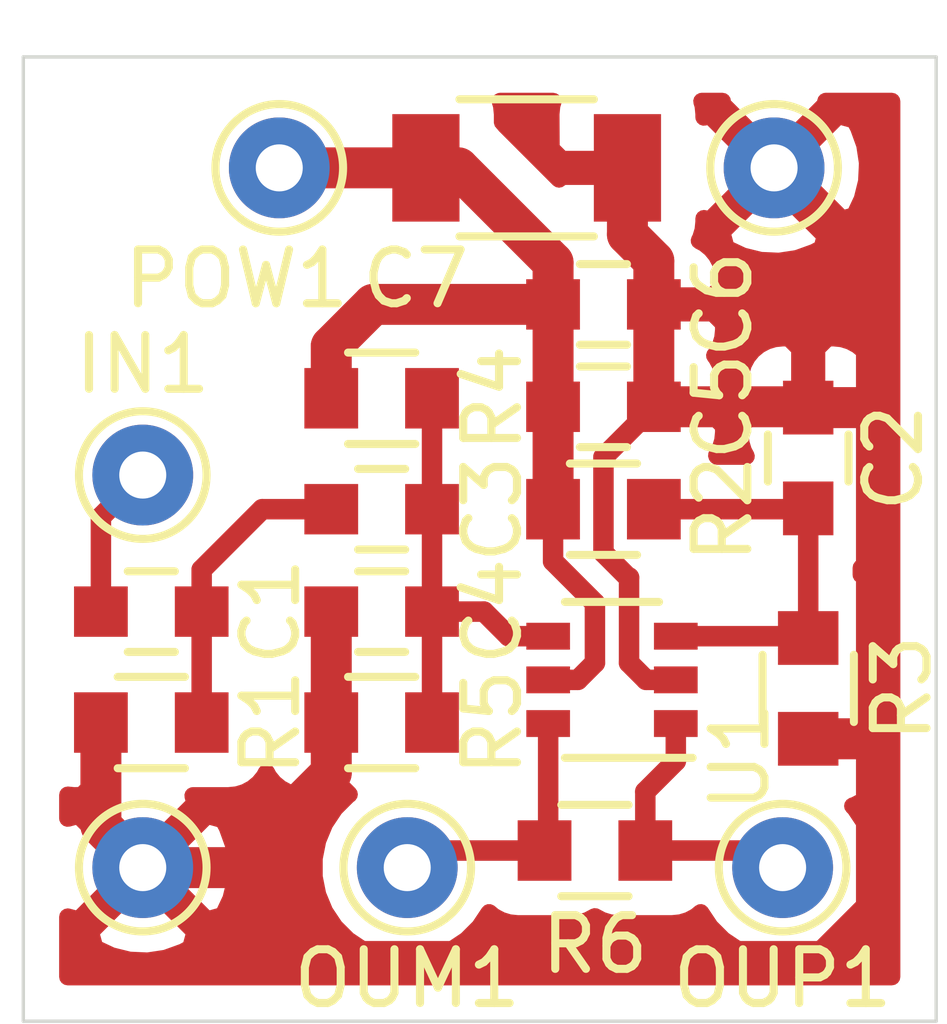
<source format=kicad_pcb>
(kicad_pcb (version 20171130) (host pcbnew "(5.1.12)-1")

  (general
    (thickness 1.6)
    (drawings 4)
    (tracks 70)
    (zones 0)
    (modules 20)
    (nets 9)
  )

  (page A4)
  (layers
    (0 F.Cu signal)
    (31 B.Cu signal)
    (32 B.Adhes user)
    (33 F.Adhes user)
    (34 B.Paste user)
    (35 F.Paste user)
    (36 B.SilkS user)
    (37 F.SilkS user)
    (38 B.Mask user)
    (39 F.Mask user)
    (40 Dwgs.User user)
    (41 Cmts.User user)
    (42 Eco1.User user)
    (43 Eco2.User user)
    (44 Edge.Cuts user)
    (45 Margin user)
    (46 B.CrtYd user)
    (47 F.CrtYd user)
    (48 B.Fab user hide)
    (49 F.Fab user hide)
  )

  (setup
    (last_trace_width 0.3048)
    (user_trace_width 0.2032)
    (user_trace_width 0.254)
    (user_trace_width 0.3048)
    (user_trace_width 0.4064)
    (user_trace_width 0.508)
    (user_trace_width 0.6096)
    (user_trace_width 1.016)
    (user_trace_width 1.524)
    (user_trace_width 2.54)
    (trace_clearance 0.1524)
    (zone_clearance 0.508)
    (zone_45_only no)
    (trace_min 0.2)
    (via_size 0.6096)
    (via_drill 0.4064)
    (via_min_size 0.4)
    (via_min_drill 0.2032)
    (user_via 0.4064 0.2032)
    (user_via 0.6096 0.4064)
    (user_via 0.889 0.6096)
    (user_via 1.143 0.762)
    (uvia_size 0.3)
    (uvia_drill 0.1)
    (uvias_allowed no)
    (uvia_min_size 0.2)
    (uvia_min_drill 0.1)
    (edge_width 0.15)
    (segment_width 0.2)
    (pcb_text_width 0.3)
    (pcb_text_size 1.5 1.5)
    (mod_edge_width 0.15)
    (mod_text_size 1 1)
    (mod_text_width 0.15)
    (pad_size 1.524 1.524)
    (pad_drill 0.762)
    (pad_to_mask_clearance 0)
    (aux_axis_origin 0 0)
    (visible_elements 7EFFFFFF)
    (pcbplotparams
      (layerselection 0x010a8_7fffffff)
      (usegerberextensions true)
      (usegerberattributes true)
      (usegerberadvancedattributes true)
      (creategerberjobfile true)
      (excludeedgelayer true)
      (linewidth 0.100000)
      (plotframeref false)
      (viasonmask false)
      (mode 1)
      (useauxorigin false)
      (hpglpennumber 1)
      (hpglpenspeed 20)
      (hpglpendiameter 15.000000)
      (psnegative false)
      (psa4output false)
      (plotreference true)
      (plotvalue false)
      (plotinvisibletext false)
      (padsonsilk false)
      (subtractmaskfromsilk true)
      (outputformat 1)
      (mirror false)
      (drillshape 0)
      (scaleselection 1)
      (outputdirectory "Input_stage_gerb/"))
  )

  (net 0 "")
  (net 1 "Net-(C1-Pad1)")
  (net 2 "Net-(C1-Pad2)")
  (net 3 "Net-(C2-Pad1)")
  (net 4 GND)
  (net 5 "Net-(C3-Pad1)")
  (net 6 VCC)
  (net 7 "Net-(OUM1-Pad1)")
  (net 8 "Net-(OUP1-Pad1)")

  (net_class Default "This is the default net class."
    (clearance 0.1524)
    (trace_width 0.3048)
    (via_dia 0.6096)
    (via_drill 0.4064)
    (uvia_dia 0.3)
    (uvia_drill 0.1)
    (add_net "Net-(C1-Pad1)")
    (add_net "Net-(C1-Pad2)")
    (add_net "Net-(C2-Pad1)")
    (add_net "Net-(C3-Pad1)")
    (add_net "Net-(OUM1-Pad1)")
    (add_net "Net-(OUP1-Pad1)")
  )

  (net_class 24V ""
    (clearance 0.1524)
    (trace_width 1.016)
    (via_dia 0.889)
    (via_drill 0.6096)
    (uvia_dia 0.3)
    (uvia_drill 0.1)
  )

  (net_class motor ""
    (clearance 0.1524)
    (trace_width 2.54)
    (via_dia 1.143)
    (via_drill 0.762)
    (uvia_dia 0.3)
    (uvia_drill 0.1)
  )

  (net_class motorii ""
    (clearance 0.635)
    (trace_width 1.524)
    (via_dia 1.143)
    (via_drill 0.762)
    (uvia_dia 0.3)
    (uvia_drill 0.1)
  )

  (net_class "zasilanie 5v" ""
    (clearance 0.1524)
    (trace_width 0.6096)
    (via_dia 0.889)
    (via_drill 0.6096)
    (uvia_dia 0.3)
    (uvia_drill 0.1)
    (add_net GND)
    (add_net VCC)
  )

  (module Capacitors_SMD:C_0603 (layer F.Cu) (tedit 61823DC2) (tstamp 64B8F2AE)
    (at 1.905 8.255 180)
    (descr "Capacitor SMD 0603, reflow soldering, AVX (see smccp.pdf)")
    (tags "capacitor 0603")
    (path /64B737F6)
    (attr smd)
    (fp_text reference C1 (at -1.778 0 90) (layer F.SilkS)
      (effects (font (size 0.8 0.8) (thickness 0.12)))
    )
    (fp_text value "10n 50V C0G" (at 0 1.5) (layer F.Fab)
      (effects (font (size 1 1) (thickness 0.15)))
    )
    (fp_line (start -0.8 0.4) (end -0.8 -0.4) (layer F.Fab) (width 0.1))
    (fp_line (start 0.8 0.4) (end -0.8 0.4) (layer F.Fab) (width 0.1))
    (fp_line (start 0.8 -0.4) (end 0.8 0.4) (layer F.Fab) (width 0.1))
    (fp_line (start -0.8 -0.4) (end 0.8 -0.4) (layer F.Fab) (width 0.1))
    (fp_line (start -0.35 -0.6) (end 0.35 -0.6) (layer F.SilkS) (width 0.12))
    (fp_line (start 0.35 0.6) (end -0.35 0.6) (layer F.SilkS) (width 0.12))
    (fp_line (start -1.4 -0.65) (end 1.4 -0.65) (layer F.CrtYd) (width 0.05))
    (fp_line (start -1.4 -0.65) (end -1.4 0.65) (layer F.CrtYd) (width 0.05))
    (fp_line (start 1.4 0.65) (end 1.4 -0.65) (layer F.CrtYd) (width 0.05))
    (fp_line (start 1.4 0.65) (end -1.4 0.65) (layer F.CrtYd) (width 0.05))
    (fp_text user %R (at 0 0) (layer F.Fab)
      (effects (font (size 0.3 0.3) (thickness 0.075)))
    )
    (pad 1 smd rect (at -0.75 0 180) (size 0.8 0.75) (layers F.Cu F.Paste F.Mask)
      (net 1 "Net-(C1-Pad1)"))
    (pad 2 smd rect (at 0.75 0 180) (size 0.8 0.75) (layers F.Cu F.Paste F.Mask)
      (net 2 "Net-(C1-Pad2)"))
    (model Capacitors_SMD.3dshapes/C_0603.wrl
      (at (xyz 0 0 0))
      (scale (xyz 1 1 1))
      (rotate (xyz 0 0 0))
    )
    (model ${KISYS3DMOD}/Capacitor_SMD.3dshapes/C_0603_1608Metric.wrl
      (at (xyz 0 0 0))
      (scale (xyz 1 1 1))
      (rotate (xyz 0 0 0))
    )
    (model ${KISYS3DMOD}/Capacitor_SMD.3dshapes/C_0603_1608Metric.step
      (at (xyz 0 0 0))
      (scale (xyz 1 1 1))
      (rotate (xyz 0 0 0))
    )
  )

  (module Capacitors_SMD:C_0603 (layer F.Cu) (tedit 61823DC2) (tstamp 64B8F33E)
    (at 11.684 5.969 90)
    (descr "Capacitor SMD 0603, reflow soldering, AVX (see smccp.pdf)")
    (tags "capacitor 0603")
    (path /64B7221F)
    (attr smd)
    (fp_text reference C2 (at 0 1.27 270) (layer F.SilkS)
      (effects (font (size 0.8 0.8) (thickness 0.12)))
    )
    (fp_text value "10n 50V C0G" (at 0 1.5 90) (layer F.Fab)
      (effects (font (size 1 1) (thickness 0.15)))
    )
    (fp_line (start -0.8 0.4) (end -0.8 -0.4) (layer F.Fab) (width 0.1))
    (fp_line (start 0.8 0.4) (end -0.8 0.4) (layer F.Fab) (width 0.1))
    (fp_line (start 0.8 -0.4) (end 0.8 0.4) (layer F.Fab) (width 0.1))
    (fp_line (start -0.8 -0.4) (end 0.8 -0.4) (layer F.Fab) (width 0.1))
    (fp_line (start -0.35 -0.6) (end 0.35 -0.6) (layer F.SilkS) (width 0.12))
    (fp_line (start 0.35 0.6) (end -0.35 0.6) (layer F.SilkS) (width 0.12))
    (fp_line (start -1.4 -0.65) (end 1.4 -0.65) (layer F.CrtYd) (width 0.05))
    (fp_line (start -1.4 -0.65) (end -1.4 0.65) (layer F.CrtYd) (width 0.05))
    (fp_line (start 1.4 0.65) (end 1.4 -0.65) (layer F.CrtYd) (width 0.05))
    (fp_line (start 1.4 0.65) (end -1.4 0.65) (layer F.CrtYd) (width 0.05))
    (fp_text user %R (at 0 0 90) (layer F.Fab)
      (effects (font (size 0.3 0.3) (thickness 0.075)))
    )
    (pad 1 smd rect (at -0.75 0 90) (size 0.8 0.75) (layers F.Cu F.Paste F.Mask)
      (net 3 "Net-(C2-Pad1)"))
    (pad 2 smd rect (at 0.75 0 90) (size 0.8 0.75) (layers F.Cu F.Paste F.Mask)
      (net 4 GND))
    (model Capacitors_SMD.3dshapes/C_0603.wrl
      (at (xyz 0 0 0))
      (scale (xyz 1 1 1))
      (rotate (xyz 0 0 0))
    )
    (model ${KISYS3DMOD}/Capacitor_SMD.3dshapes/C_0603_1608Metric.wrl
      (at (xyz 0 0 0))
      (scale (xyz 1 1 1))
      (rotate (xyz 0 0 0))
    )
    (model ${KISYS3DMOD}/Capacitor_SMD.3dshapes/C_0603_1608Metric.step
      (at (xyz 0 0 0))
      (scale (xyz 1 1 1))
      (rotate (xyz 0 0 0))
    )
  )

  (module Capacitors_SMD:C_0603 (layer F.Cu) (tedit 61823DC2) (tstamp 64B8F30E)
    (at 5.334 6.731 180)
    (descr "Capacitor SMD 0603, reflow soldering, AVX (see smccp.pdf)")
    (tags "capacitor 0603")
    (path /64B7300C)
    (attr smd)
    (fp_text reference C3 (at -1.651 0 90) (layer F.SilkS)
      (effects (font (size 0.8 0.8) (thickness 0.12)))
    )
    (fp_text value "10n 50V C0G" (at 0 1.5) (layer F.Fab)
      (effects (font (size 1 1) (thickness 0.15)))
    )
    (fp_line (start 1.4 0.65) (end -1.4 0.65) (layer F.CrtYd) (width 0.05))
    (fp_line (start 1.4 0.65) (end 1.4 -0.65) (layer F.CrtYd) (width 0.05))
    (fp_line (start -1.4 -0.65) (end -1.4 0.65) (layer F.CrtYd) (width 0.05))
    (fp_line (start -1.4 -0.65) (end 1.4 -0.65) (layer F.CrtYd) (width 0.05))
    (fp_line (start 0.35 0.6) (end -0.35 0.6) (layer F.SilkS) (width 0.12))
    (fp_line (start -0.35 -0.6) (end 0.35 -0.6) (layer F.SilkS) (width 0.12))
    (fp_line (start -0.8 -0.4) (end 0.8 -0.4) (layer F.Fab) (width 0.1))
    (fp_line (start 0.8 -0.4) (end 0.8 0.4) (layer F.Fab) (width 0.1))
    (fp_line (start 0.8 0.4) (end -0.8 0.4) (layer F.Fab) (width 0.1))
    (fp_line (start -0.8 0.4) (end -0.8 -0.4) (layer F.Fab) (width 0.1))
    (fp_text user %R (at 0 0) (layer F.Fab)
      (effects (font (size 0.3 0.3) (thickness 0.075)))
    )
    (pad 2 smd rect (at 0.75 0 180) (size 0.8 0.75) (layers F.Cu F.Paste F.Mask)
      (net 1 "Net-(C1-Pad1)"))
    (pad 1 smd rect (at -0.75 0 180) (size 0.8 0.75) (layers F.Cu F.Paste F.Mask)
      (net 5 "Net-(C3-Pad1)"))
    (model Capacitors_SMD.3dshapes/C_0603.wrl
      (at (xyz 0 0 0))
      (scale (xyz 1 1 1))
      (rotate (xyz 0 0 0))
    )
    (model ${KISYS3DMOD}/Capacitor_SMD.3dshapes/C_0603_1608Metric.wrl
      (at (xyz 0 0 0))
      (scale (xyz 1 1 1))
      (rotate (xyz 0 0 0))
    )
    (model ${KISYS3DMOD}/Capacitor_SMD.3dshapes/C_0603_1608Metric.step
      (at (xyz 0 0 0))
      (scale (xyz 1 1 1))
      (rotate (xyz 0 0 0))
    )
  )

  (module Capacitors_SMD:C_0603 (layer F.Cu) (tedit 61823DC2) (tstamp 64B8F2DE)
    (at 5.334 8.255 180)
    (descr "Capacitor SMD 0603, reflow soldering, AVX (see smccp.pdf)")
    (tags "capacitor 0603")
    (path /64B6A88F)
    (attr smd)
    (fp_text reference C4 (at -1.651 0 90) (layer F.SilkS)
      (effects (font (size 0.8 0.8) (thickness 0.12)))
    )
    (fp_text value "100p 50V C0G" (at 0 1.5) (layer F.Fab)
      (effects (font (size 1 1) (thickness 0.15)))
    )
    (fp_line (start 1.4 0.65) (end -1.4 0.65) (layer F.CrtYd) (width 0.05))
    (fp_line (start 1.4 0.65) (end 1.4 -0.65) (layer F.CrtYd) (width 0.05))
    (fp_line (start -1.4 -0.65) (end -1.4 0.65) (layer F.CrtYd) (width 0.05))
    (fp_line (start -1.4 -0.65) (end 1.4 -0.65) (layer F.CrtYd) (width 0.05))
    (fp_line (start 0.35 0.6) (end -0.35 0.6) (layer F.SilkS) (width 0.12))
    (fp_line (start -0.35 -0.6) (end 0.35 -0.6) (layer F.SilkS) (width 0.12))
    (fp_line (start -0.8 -0.4) (end 0.8 -0.4) (layer F.Fab) (width 0.1))
    (fp_line (start 0.8 -0.4) (end 0.8 0.4) (layer F.Fab) (width 0.1))
    (fp_line (start 0.8 0.4) (end -0.8 0.4) (layer F.Fab) (width 0.1))
    (fp_line (start -0.8 0.4) (end -0.8 -0.4) (layer F.Fab) (width 0.1))
    (fp_text user %R (at 0 0) (layer F.Fab)
      (effects (font (size 0.3 0.3) (thickness 0.075)))
    )
    (pad 2 smd rect (at 0.75 0 180) (size 0.8 0.75) (layers F.Cu F.Paste F.Mask)
      (net 4 GND))
    (pad 1 smd rect (at -0.75 0 180) (size 0.8 0.75) (layers F.Cu F.Paste F.Mask)
      (net 5 "Net-(C3-Pad1)"))
    (model Capacitors_SMD.3dshapes/C_0603.wrl
      (at (xyz 0 0 0))
      (scale (xyz 1 1 1))
      (rotate (xyz 0 0 0))
    )
    (model ${KISYS3DMOD}/Capacitor_SMD.3dshapes/C_0603_1608Metric.wrl
      (at (xyz 0 0 0))
      (scale (xyz 1 1 1))
      (rotate (xyz 0 0 0))
    )
    (model ${KISYS3DMOD}/Capacitor_SMD.3dshapes/C_0603_1608Metric.step
      (at (xyz 0 0 0))
      (scale (xyz 1 1 1))
      (rotate (xyz 0 0 0))
    )
  )

  (module Capacitors_SMD:C_0603 (layer F.Cu) (tedit 61823DC2) (tstamp 64B6BBCF)
    (at 8.636 5.207)
    (descr "Capacitor SMD 0603, reflow soldering, AVX (see smccp.pdf)")
    (tags "capacitor 0603")
    (path /64B7C772)
    (attr smd)
    (fp_text reference C5 (at 1.778 0 90) (layer F.SilkS)
      (effects (font (size 0.8 0.8) (thickness 0.12)))
    )
    (fp_text value "100p 50V C0G" (at 0 1.5) (layer F.Fab)
      (effects (font (size 1 1) (thickness 0.15)))
    )
    (fp_line (start -0.8 0.4) (end -0.8 -0.4) (layer F.Fab) (width 0.1))
    (fp_line (start 0.8 0.4) (end -0.8 0.4) (layer F.Fab) (width 0.1))
    (fp_line (start 0.8 -0.4) (end 0.8 0.4) (layer F.Fab) (width 0.1))
    (fp_line (start -0.8 -0.4) (end 0.8 -0.4) (layer F.Fab) (width 0.1))
    (fp_line (start -0.35 -0.6) (end 0.35 -0.6) (layer F.SilkS) (width 0.12))
    (fp_line (start 0.35 0.6) (end -0.35 0.6) (layer F.SilkS) (width 0.12))
    (fp_line (start -1.4 -0.65) (end 1.4 -0.65) (layer F.CrtYd) (width 0.05))
    (fp_line (start -1.4 -0.65) (end -1.4 0.65) (layer F.CrtYd) (width 0.05))
    (fp_line (start 1.4 0.65) (end 1.4 -0.65) (layer F.CrtYd) (width 0.05))
    (fp_line (start 1.4 0.65) (end -1.4 0.65) (layer F.CrtYd) (width 0.05))
    (fp_text user %R (at 0 0) (layer F.Fab)
      (effects (font (size 0.3 0.3) (thickness 0.075)))
    )
    (pad 1 smd rect (at -0.75 0) (size 0.8 0.75) (layers F.Cu F.Paste F.Mask)
      (net 6 VCC))
    (pad 2 smd rect (at 0.75 0) (size 0.8 0.75) (layers F.Cu F.Paste F.Mask)
      (net 4 GND))
    (model Capacitors_SMD.3dshapes/C_0603.wrl
      (at (xyz 0 0 0))
      (scale (xyz 1 1 1))
      (rotate (xyz 0 0 0))
    )
    (model ${KISYS3DMOD}/Capacitor_SMD.3dshapes/C_0603_1608Metric.wrl
      (at (xyz 0 0 0))
      (scale (xyz 1 1 1))
      (rotate (xyz 0 0 0))
    )
    (model ${KISYS3DMOD}/Capacitor_SMD.3dshapes/C_0603_1608Metric.step
      (at (xyz 0 0 0))
      (scale (xyz 1 1 1))
      (rotate (xyz 0 0 0))
    )
  )

  (module Capacitors_SMD:C_0603 (layer F.Cu) (tedit 61823DC2) (tstamp 64B783E8)
    (at 8.636 3.683)
    (descr "Capacitor SMD 0603, reflow soldering, AVX (see smccp.pdf)")
    (tags "capacitor 0603")
    (path /64B7B1D1)
    (attr smd)
    (fp_text reference C6 (at 1.778 0 90) (layer F.SilkS)
      (effects (font (size 0.8 0.8) (thickness 0.12)))
    )
    (fp_text value "100n 50V X7R" (at 0 1.5) (layer F.Fab)
      (effects (font (size 1 1) (thickness 0.15)))
    )
    (fp_line (start 1.4 0.65) (end -1.4 0.65) (layer F.CrtYd) (width 0.05))
    (fp_line (start 1.4 0.65) (end 1.4 -0.65) (layer F.CrtYd) (width 0.05))
    (fp_line (start -1.4 -0.65) (end -1.4 0.65) (layer F.CrtYd) (width 0.05))
    (fp_line (start -1.4 -0.65) (end 1.4 -0.65) (layer F.CrtYd) (width 0.05))
    (fp_line (start 0.35 0.6) (end -0.35 0.6) (layer F.SilkS) (width 0.12))
    (fp_line (start -0.35 -0.6) (end 0.35 -0.6) (layer F.SilkS) (width 0.12))
    (fp_line (start -0.8 -0.4) (end 0.8 -0.4) (layer F.Fab) (width 0.1))
    (fp_line (start 0.8 -0.4) (end 0.8 0.4) (layer F.Fab) (width 0.1))
    (fp_line (start 0.8 0.4) (end -0.8 0.4) (layer F.Fab) (width 0.1))
    (fp_line (start -0.8 0.4) (end -0.8 -0.4) (layer F.Fab) (width 0.1))
    (fp_text user %R (at 0 0) (layer F.Fab)
      (effects (font (size 0.3 0.3) (thickness 0.075)))
    )
    (pad 2 smd rect (at 0.75 0) (size 0.8 0.75) (layers F.Cu F.Paste F.Mask)
      (net 4 GND))
    (pad 1 smd rect (at -0.75 0) (size 0.8 0.75) (layers F.Cu F.Paste F.Mask)
      (net 6 VCC))
    (model Capacitors_SMD.3dshapes/C_0603.wrl
      (at (xyz 0 0 0))
      (scale (xyz 1 1 1))
      (rotate (xyz 0 0 0))
    )
    (model ${KISYS3DMOD}/Capacitor_SMD.3dshapes/C_0603_1608Metric.wrl
      (at (xyz 0 0 0))
      (scale (xyz 1 1 1))
      (rotate (xyz 0 0 0))
    )
    (model ${KISYS3DMOD}/Capacitor_SMD.3dshapes/C_0603_1608Metric.step
      (at (xyz 0 0 0))
      (scale (xyz 1 1 1))
      (rotate (xyz 0 0 0))
    )
  )

  (module Capacitors_SMD:C_1206 (layer F.Cu) (tedit 61B30F78) (tstamp 64B6BBF1)
    (at 7.493 1.651)
    (descr "Capacitor SMD 1206, reflow soldering, AVX (see smccp.pdf)")
    (tags "capacitor 1206")
    (path /64B8649A)
    (attr smd)
    (fp_text reference C7 (at -1.651 1.651) (layer F.SilkS)
      (effects (font (size 0.8 0.8) (thickness 0.12)))
    )
    (fp_text value "10u 50V X7R" (at 0 2) (layer F.Fab)
      (effects (font (size 1 1) (thickness 0.15)))
    )
    (fp_line (start 2.25 1.05) (end -2.25 1.05) (layer F.CrtYd) (width 0.05))
    (fp_line (start 2.25 1.05) (end 2.25 -1.05) (layer F.CrtYd) (width 0.05))
    (fp_line (start -2.25 -1.05) (end -2.25 1.05) (layer F.CrtYd) (width 0.05))
    (fp_line (start -2.25 -1.05) (end 2.25 -1.05) (layer F.CrtYd) (width 0.05))
    (fp_line (start -1 1.02) (end 1 1.02) (layer F.SilkS) (width 0.12))
    (fp_line (start 1 -1.02) (end -1 -1.02) (layer F.SilkS) (width 0.12))
    (fp_line (start -1.6 -0.8) (end 1.6 -0.8) (layer F.Fab) (width 0.1))
    (fp_line (start 1.6 -0.8) (end 1.6 0.8) (layer F.Fab) (width 0.1))
    (fp_line (start 1.6 0.8) (end -1.6 0.8) (layer F.Fab) (width 0.1))
    (fp_line (start -1.6 0.8) (end -1.6 -0.8) (layer F.Fab) (width 0.1))
    (fp_text user %R (at 0 0.0254) (layer F.Fab)
      (effects (font (size 0.6 0.6) (thickness 0.09)))
    )
    (pad 1 smd rect (at -1.5 0) (size 1 1.6) (layers F.Cu F.Paste F.Mask)
      (net 6 VCC))
    (pad 2 smd rect (at 1.5 0) (size 1 1.6) (layers F.Cu F.Paste F.Mask)
      (net 4 GND))
    (model Capacitors_SMD.3dshapes/C_1206.wrl
      (at (xyz 0 0 0))
      (scale (xyz 1 1 1))
      (rotate (xyz 0 0 0))
    )
    (model ${KISYS3DMOD}/Capacitor_SMD.3dshapes/C_1206_3216Metric.step
      (at (xyz 0 0 0))
      (scale (xyz 1 1 1))
      (rotate (xyz 0 0 0))
    )
    (model ${KISYS3DMOD}/Capacitor_SMD.3dshapes/C_1206_3216Metric.step
      (at (xyz 0 0 0))
      (scale (xyz 1 1 1))
      (rotate (xyz 0 0 0))
    )
  )

  (module Connectors_TestPoints:Test_Point_THTPad_d1.5mm_Drill0.7mm (layer F.Cu) (tedit 624154A6) (tstamp 64B6BBF9)
    (at 11.176 1.651)
    (descr "THT pad as test Point, diameter 1.5mm, hole diameter 0.7mm")
    (tags "test point THT pad")
    (path /64B8CAAB)
    (attr virtual)
    (fp_text reference GND1 (at 0 -1.143) (layer F.SilkS) hide
      (effects (font (size 0.8 0.8) (thickness 0.12)))
    )
    (fp_text value TestPoint (at 0 1.75) (layer F.Fab)
      (effects (font (size 1 1) (thickness 0.15)))
    )
    (fp_circle (center 0 0) (end 1.25 0) (layer F.CrtYd) (width 0.05))
    (fp_circle (center 0 0) (end 0 0.95) (layer F.SilkS) (width 0.12))
    (fp_text user %R (at 0 -1.65) (layer F.Fab)
      (effects (font (size 1 1) (thickness 0.15)))
    )
    (pad 1 thru_hole circle (at 0 0) (size 1.5 1.5) (drill 0.7) (layers *.Cu *.Mask)
      (net 4 GND))
  )

  (module Connectors_TestPoints:Test_Point_THTPad_d1.5mm_Drill0.7mm (layer F.Cu) (tedit 624154A6) (tstamp 64B8F3BF)
    (at 1.778 6.223)
    (descr "THT pad as test Point, diameter 1.5mm, hole diameter 0.7mm")
    (tags "test point THT pad")
    (path /64B7D014)
    (attr virtual)
    (fp_text reference IN1 (at 0 -1.648) (layer F.SilkS)
      (effects (font (size 0.8 0.8) (thickness 0.12)))
    )
    (fp_text value TestPoint (at 0 1.75) (layer F.Fab)
      (effects (font (size 1 1) (thickness 0.15)))
    )
    (fp_circle (center 0 0) (end 1.25 0) (layer F.CrtYd) (width 0.05))
    (fp_circle (center 0 0) (end 0 0.95) (layer F.SilkS) (width 0.12))
    (fp_text user %R (at 0 -1.65) (layer F.Fab)
      (effects (font (size 1 1) (thickness 0.15)))
    )
    (pad 1 thru_hole circle (at 0 0) (size 1.5 1.5) (drill 0.7) (layers *.Cu *.Mask)
      (net 2 "Net-(C1-Pad2)"))
  )

  (module Connectors_TestPoints:Test_Point_THTPad_d1.5mm_Drill0.7mm (layer F.Cu) (tedit 624154A6) (tstamp 64B8F3AA)
    (at 5.715 12.065)
    (descr "THT pad as test Point, diameter 1.5mm, hole diameter 0.7mm")
    (tags "test point THT pad")
    (path /64B7E24B)
    (attr virtual)
    (fp_text reference OUM1 (at 0 1.651 180) (layer F.SilkS)
      (effects (font (size 0.8 0.8) (thickness 0.12)))
    )
    (fp_text value TestPoint (at 0 1.75) (layer F.Fab)
      (effects (font (size 1 1) (thickness 0.15)))
    )
    (fp_circle (center 0 0) (end 1.25 0) (layer F.CrtYd) (width 0.05))
    (fp_circle (center 0 0) (end 0 0.95) (layer F.SilkS) (width 0.12))
    (fp_text user %R (at 0 -1.65) (layer F.Fab)
      (effects (font (size 1 1) (thickness 0.15)))
    )
    (pad 1 thru_hole circle (at 0 0) (size 1.5 1.5) (drill 0.7) (layers *.Cu *.Mask)
      (net 7 "Net-(OUM1-Pad1)"))
  )

  (module Connectors_TestPoints:Test_Point_THTPad_d1.5mm_Drill0.7mm (layer F.Cu) (tedit 624154A6) (tstamp 64B8F395)
    (at 11.303 12.065)
    (descr "THT pad as test Point, diameter 1.5mm, hole diameter 0.7mm")
    (tags "test point THT pad")
    (path /64B7DAAD)
    (attr virtual)
    (fp_text reference OUP1 (at 0 1.651) (layer F.SilkS)
      (effects (font (size 0.8 0.8) (thickness 0.12)))
    )
    (fp_text value TestPoint (at 0 1.75) (layer F.Fab)
      (effects (font (size 1 1) (thickness 0.15)))
    )
    (fp_circle (center 0 0) (end 0 0.95) (layer F.SilkS) (width 0.12))
    (fp_circle (center 0 0) (end 1.25 0) (layer F.CrtYd) (width 0.05))
    (fp_text user %R (at 0 -1.65) (layer F.Fab)
      (effects (font (size 1 1) (thickness 0.15)))
    )
    (pad 1 thru_hole circle (at 0 0) (size 1.5 1.5) (drill 0.7) (layers *.Cu *.Mask)
      (net 8 "Net-(OUP1-Pad1)"))
  )

  (module Connectors_TestPoints:Test_Point_THTPad_d1.5mm_Drill0.7mm (layer F.Cu) (tedit 624154A6) (tstamp 64B6BC19)
    (at 3.81 1.651)
    (descr "THT pad as test Point, diameter 1.5mm, hole diameter 0.7mm")
    (tags "test point THT pad")
    (path /64B8846A)
    (attr virtual)
    (fp_text reference POW1 (at -0.635 1.651) (layer F.SilkS)
      (effects (font (size 0.8 0.8) (thickness 0.12)))
    )
    (fp_text value TestPoint (at 0 1.75) (layer F.Fab)
      (effects (font (size 1 1) (thickness 0.15)))
    )
    (fp_circle (center 0 0) (end 0 0.95) (layer F.SilkS) (width 0.12))
    (fp_circle (center 0 0) (end 1.25 0) (layer F.CrtYd) (width 0.05))
    (fp_text user %R (at 0 -1.65) (layer F.Fab)
      (effects (font (size 1 1) (thickness 0.15)))
    )
    (pad 1 thru_hole circle (at 0 0) (size 1.5 1.5) (drill 0.7) (layers *.Cu *.Mask)
      (net 6 VCC))
  )

  (module ff_lib:R_0603_ff (layer F.Cu) (tedit 62A08C37) (tstamp 64B8F36E)
    (at 1.905 9.906 180)
    (descr "Resistor SMD 0603, reflow soldering, Vishay (see dcrcw.pdf)")
    (tags "resistor 0603")
    (path /64B7651F)
    (attr smd)
    (fp_text reference R1 (at -1.778 0 90) (layer F.SilkS)
      (effects (font (size 0.8 0.8) (thickness 0.12)))
    )
    (fp_text value "49R9 1%" (at 0 1.5) (layer F.Fab)
      (effects (font (size 1 1) (thickness 0.15)))
    )
    (fp_line (start 1.25 0.7) (end -1.25 0.7) (layer F.CrtYd) (width 0.05))
    (fp_line (start 1.25 0.7) (end 1.25 -0.7) (layer F.CrtYd) (width 0.05))
    (fp_line (start -1.25 -0.7) (end -1.25 0.7) (layer F.CrtYd) (width 0.05))
    (fp_line (start -1.25 -0.7) (end 1.25 -0.7) (layer F.CrtYd) (width 0.05))
    (fp_line (start -0.5 -0.68) (end 0.5 -0.68) (layer F.SilkS) (width 0.12))
    (fp_line (start 0.5 0.68) (end -0.5 0.68) (layer F.SilkS) (width 0.12))
    (fp_line (start -0.8 -0.4) (end 0.8 -0.4) (layer F.Fab) (width 0.1))
    (fp_line (start 0.8 -0.4) (end 0.8 0.4) (layer F.Fab) (width 0.1))
    (fp_line (start 0.8 0.4) (end -0.8 0.4) (layer F.Fab) (width 0.1))
    (fp_line (start -0.8 0.4) (end -0.8 -0.4) (layer F.Fab) (width 0.1))
    (fp_text user %R (at 0 0) (layer F.Fab)
      (effects (font (size 0.4 0.4) (thickness 0.075)))
    )
    (pad 1 smd rect (at -0.75 0 180) (size 0.8 0.9) (layers F.Cu F.Paste F.Mask)
      (net 1 "Net-(C1-Pad1)"))
    (pad 2 smd rect (at 0.75 0 180) (size 0.8 0.9) (layers F.Cu F.Paste F.Mask)
      (net 4 GND))
    (model ${KISYS3DMOD}/Resistors_SMD.3dshapes/R_0603.wrl
      (at (xyz 0 0 0))
      (scale (xyz 1 1 1))
      (rotate (xyz 0 0 0))
    )
    (model ${KISYS3DMOD}/Resistor_SMD.3dshapes/R_0603_1608Metric.wrl
      (at (xyz 0 0 0))
      (scale (xyz 1 1 1))
      (rotate (xyz 0 0 0))
    )
    (model ${KISYS3DMOD}/Resistor_SMD.3dshapes/R_0603_1608Metric.step
      (at (xyz 0 0 0))
      (scale (xyz 1 1 1))
      (rotate (xyz 0 0 0))
    )
  )

  (module ff_lib:R_0603_ff (layer F.Cu) (tedit 62A08C37) (tstamp 64B8F156)
    (at 8.636 6.731)
    (descr "Resistor SMD 0603, reflow soldering, Vishay (see dcrcw.pdf)")
    (tags "resistor 0603")
    (path /64B72213)
    (attr smd)
    (fp_text reference R2 (at 1.778 0 90) (layer F.SilkS)
      (effects (font (size 0.8 0.8) (thickness 0.12)))
    )
    (fp_text value "10k 1%" (at 0 1.5) (layer F.Fab)
      (effects (font (size 1 1) (thickness 0.15)))
    )
    (fp_line (start 1.25 0.7) (end -1.25 0.7) (layer F.CrtYd) (width 0.05))
    (fp_line (start 1.25 0.7) (end 1.25 -0.7) (layer F.CrtYd) (width 0.05))
    (fp_line (start -1.25 -0.7) (end -1.25 0.7) (layer F.CrtYd) (width 0.05))
    (fp_line (start -1.25 -0.7) (end 1.25 -0.7) (layer F.CrtYd) (width 0.05))
    (fp_line (start -0.5 -0.68) (end 0.5 -0.68) (layer F.SilkS) (width 0.12))
    (fp_line (start 0.5 0.68) (end -0.5 0.68) (layer F.SilkS) (width 0.12))
    (fp_line (start -0.8 -0.4) (end 0.8 -0.4) (layer F.Fab) (width 0.1))
    (fp_line (start 0.8 -0.4) (end 0.8 0.4) (layer F.Fab) (width 0.1))
    (fp_line (start 0.8 0.4) (end -0.8 0.4) (layer F.Fab) (width 0.1))
    (fp_line (start -0.8 0.4) (end -0.8 -0.4) (layer F.Fab) (width 0.1))
    (fp_text user %R (at 0 0) (layer F.Fab)
      (effects (font (size 0.4 0.4) (thickness 0.075)))
    )
    (pad 1 smd rect (at -0.75 0) (size 0.8 0.9) (layers F.Cu F.Paste F.Mask)
      (net 6 VCC))
    (pad 2 smd rect (at 0.75 0) (size 0.8 0.9) (layers F.Cu F.Paste F.Mask)
      (net 3 "Net-(C2-Pad1)"))
    (model ${KISYS3DMOD}/Resistors_SMD.3dshapes/R_0603.wrl
      (at (xyz 0 0 0))
      (scale (xyz 1 1 1))
      (rotate (xyz 0 0 0))
    )
    (model ${KISYS3DMOD}/Resistor_SMD.3dshapes/R_0603_1608Metric.wrl
      (at (xyz 0 0 0))
      (scale (xyz 1 1 1))
      (rotate (xyz 0 0 0))
    )
    (model ${KISYS3DMOD}/Resistor_SMD.3dshapes/R_0603_1608Metric.step
      (at (xyz 0 0 0))
      (scale (xyz 1 1 1))
      (rotate (xyz 0 0 0))
    )
  )

  (module ff_lib:R_0603_ff (layer F.Cu) (tedit 62A08C37) (tstamp 64B8F4D6)
    (at 11.684 9.398 270)
    (descr "Resistor SMD 0603, reflow soldering, Vishay (see dcrcw.pdf)")
    (tags "resistor 0603")
    (path /64B72219)
    (attr smd)
    (fp_text reference R3 (at 0 -1.397 270) (layer F.SilkS)
      (effects (font (size 0.8 0.8) (thickness 0.12)))
    )
    (fp_text value "27k 1%" (at 0 1.5 90) (layer F.Fab)
      (effects (font (size 1 1) (thickness 0.15)))
    )
    (fp_line (start -0.8 0.4) (end -0.8 -0.4) (layer F.Fab) (width 0.1))
    (fp_line (start 0.8 0.4) (end -0.8 0.4) (layer F.Fab) (width 0.1))
    (fp_line (start 0.8 -0.4) (end 0.8 0.4) (layer F.Fab) (width 0.1))
    (fp_line (start -0.8 -0.4) (end 0.8 -0.4) (layer F.Fab) (width 0.1))
    (fp_line (start 0.5 0.68) (end -0.5 0.68) (layer F.SilkS) (width 0.12))
    (fp_line (start -0.5 -0.68) (end 0.5 -0.68) (layer F.SilkS) (width 0.12))
    (fp_line (start -1.25 -0.7) (end 1.25 -0.7) (layer F.CrtYd) (width 0.05))
    (fp_line (start -1.25 -0.7) (end -1.25 0.7) (layer F.CrtYd) (width 0.05))
    (fp_line (start 1.25 0.7) (end 1.25 -0.7) (layer F.CrtYd) (width 0.05))
    (fp_line (start 1.25 0.7) (end -1.25 0.7) (layer F.CrtYd) (width 0.05))
    (fp_text user %R (at 0 0 90) (layer F.Fab)
      (effects (font (size 0.4 0.4) (thickness 0.075)))
    )
    (pad 2 smd rect (at 0.75 0 270) (size 0.8 0.9) (layers F.Cu F.Paste F.Mask)
      (net 4 GND))
    (pad 1 smd rect (at -0.75 0 270) (size 0.8 0.9) (layers F.Cu F.Paste F.Mask)
      (net 3 "Net-(C2-Pad1)"))
    (model ${KISYS3DMOD}/Resistors_SMD.3dshapes/R_0603.wrl
      (at (xyz 0 0 0))
      (scale (xyz 1 1 1))
      (rotate (xyz 0 0 0))
    )
    (model ${KISYS3DMOD}/Resistor_SMD.3dshapes/R_0603_1608Metric.wrl
      (at (xyz 0 0 0))
      (scale (xyz 1 1 1))
      (rotate (xyz 0 0 0))
    )
    (model ${KISYS3DMOD}/Resistor_SMD.3dshapes/R_0603_1608Metric.step
      (at (xyz 0 0 0))
      (scale (xyz 1 1 1))
      (rotate (xyz 0 0 0))
    )
  )

  (module ff_lib:R_0603_ff (layer F.Cu) (tedit 62A08C37) (tstamp 64B8F4A6)
    (at 5.334 5.08)
    (descr "Resistor SMD 0603, reflow soldering, Vishay (see dcrcw.pdf)")
    (tags "resistor 0603")
    (path /64B69966)
    (attr smd)
    (fp_text reference R4 (at 1.651 0 90) (layer F.SilkS)
      (effects (font (size 0.8 0.8) (thickness 0.12)))
    )
    (fp_text value "10k 1%" (at 0 1.5) (layer F.Fab)
      (effects (font (size 1 1) (thickness 0.15)))
    )
    (fp_line (start 1.25 0.7) (end -1.25 0.7) (layer F.CrtYd) (width 0.05))
    (fp_line (start 1.25 0.7) (end 1.25 -0.7) (layer F.CrtYd) (width 0.05))
    (fp_line (start -1.25 -0.7) (end -1.25 0.7) (layer F.CrtYd) (width 0.05))
    (fp_line (start -1.25 -0.7) (end 1.25 -0.7) (layer F.CrtYd) (width 0.05))
    (fp_line (start -0.5 -0.68) (end 0.5 -0.68) (layer F.SilkS) (width 0.12))
    (fp_line (start 0.5 0.68) (end -0.5 0.68) (layer F.SilkS) (width 0.12))
    (fp_line (start -0.8 -0.4) (end 0.8 -0.4) (layer F.Fab) (width 0.1))
    (fp_line (start 0.8 -0.4) (end 0.8 0.4) (layer F.Fab) (width 0.1))
    (fp_line (start 0.8 0.4) (end -0.8 0.4) (layer F.Fab) (width 0.1))
    (fp_line (start -0.8 0.4) (end -0.8 -0.4) (layer F.Fab) (width 0.1))
    (fp_text user %R (at 0 0) (layer F.Fab)
      (effects (font (size 0.4 0.4) (thickness 0.075)))
    )
    (pad 1 smd rect (at -0.75 0) (size 0.8 0.9) (layers F.Cu F.Paste F.Mask)
      (net 6 VCC))
    (pad 2 smd rect (at 0.75 0) (size 0.8 0.9) (layers F.Cu F.Paste F.Mask)
      (net 5 "Net-(C3-Pad1)"))
    (model ${KISYS3DMOD}/Resistors_SMD.3dshapes/R_0603.wrl
      (at (xyz 0 0 0))
      (scale (xyz 1 1 1))
      (rotate (xyz 0 0 0))
    )
    (model ${KISYS3DMOD}/Resistor_SMD.3dshapes/R_0603_1608Metric.wrl
      (at (xyz 0 0 0))
      (scale (xyz 1 1 1))
      (rotate (xyz 0 0 0))
    )
    (model ${KISYS3DMOD}/Resistor_SMD.3dshapes/R_0603_1608Metric.step
      (at (xyz 0 0 0))
      (scale (xyz 1 1 1))
      (rotate (xyz 0 0 0))
    )
  )

  (module ff_lib:R_0603_ff (layer F.Cu) (tedit 62A08C37) (tstamp 64B8F446)
    (at 5.334 9.906 180)
    (descr "Resistor SMD 0603, reflow soldering, Vishay (see dcrcw.pdf)")
    (tags "resistor 0603")
    (path /64B6A5C1)
    (attr smd)
    (fp_text reference R5 (at -1.651 0 90) (layer F.SilkS)
      (effects (font (size 0.8 0.8) (thickness 0.12)))
    )
    (fp_text value "27k 1%" (at 0 1.5) (layer F.Fab)
      (effects (font (size 1 1) (thickness 0.15)))
    )
    (fp_line (start -0.8 0.4) (end -0.8 -0.4) (layer F.Fab) (width 0.1))
    (fp_line (start 0.8 0.4) (end -0.8 0.4) (layer F.Fab) (width 0.1))
    (fp_line (start 0.8 -0.4) (end 0.8 0.4) (layer F.Fab) (width 0.1))
    (fp_line (start -0.8 -0.4) (end 0.8 -0.4) (layer F.Fab) (width 0.1))
    (fp_line (start 0.5 0.68) (end -0.5 0.68) (layer F.SilkS) (width 0.12))
    (fp_line (start -0.5 -0.68) (end 0.5 -0.68) (layer F.SilkS) (width 0.12))
    (fp_line (start -1.25 -0.7) (end 1.25 -0.7) (layer F.CrtYd) (width 0.05))
    (fp_line (start -1.25 -0.7) (end -1.25 0.7) (layer F.CrtYd) (width 0.05))
    (fp_line (start 1.25 0.7) (end 1.25 -0.7) (layer F.CrtYd) (width 0.05))
    (fp_line (start 1.25 0.7) (end -1.25 0.7) (layer F.CrtYd) (width 0.05))
    (fp_text user %R (at 0 0) (layer F.Fab)
      (effects (font (size 0.4 0.4) (thickness 0.075)))
    )
    (pad 2 smd rect (at 0.75 0 180) (size 0.8 0.9) (layers F.Cu F.Paste F.Mask)
      (net 4 GND))
    (pad 1 smd rect (at -0.75 0 180) (size 0.8 0.9) (layers F.Cu F.Paste F.Mask)
      (net 5 "Net-(C3-Pad1)"))
    (model ${KISYS3DMOD}/Resistors_SMD.3dshapes/R_0603.wrl
      (at (xyz 0 0 0))
      (scale (xyz 1 1 1))
      (rotate (xyz 0 0 0))
    )
    (model ${KISYS3DMOD}/Resistor_SMD.3dshapes/R_0603_1608Metric.wrl
      (at (xyz 0 0 0))
      (scale (xyz 1 1 1))
      (rotate (xyz 0 0 0))
    )
    (model ${KISYS3DMOD}/Resistor_SMD.3dshapes/R_0603_1608Metric.step
      (at (xyz 0 0 0))
      (scale (xyz 1 1 1))
      (rotate (xyz 0 0 0))
    )
  )

  (module ff_lib:R_0603_ff (layer F.Cu) (tedit 62A08C37) (tstamp 64B8F476)
    (at 8.509 11.811 180)
    (descr "Resistor SMD 0603, reflow soldering, Vishay (see dcrcw.pdf)")
    (tags "resistor 0603")
    (path /64B825E7)
    (attr smd)
    (fp_text reference R6 (at 0 -1.397 180) (layer F.SilkS)
      (effects (font (size 0.8 0.8) (thickness 0.12)))
    )
    (fp_text value "100R 1%" (at 0 1.5) (layer F.Fab)
      (effects (font (size 1 1) (thickness 0.15)))
    )
    (fp_line (start -0.8 0.4) (end -0.8 -0.4) (layer F.Fab) (width 0.1))
    (fp_line (start 0.8 0.4) (end -0.8 0.4) (layer F.Fab) (width 0.1))
    (fp_line (start 0.8 -0.4) (end 0.8 0.4) (layer F.Fab) (width 0.1))
    (fp_line (start -0.8 -0.4) (end 0.8 -0.4) (layer F.Fab) (width 0.1))
    (fp_line (start 0.5 0.68) (end -0.5 0.68) (layer F.SilkS) (width 0.12))
    (fp_line (start -0.5 -0.68) (end 0.5 -0.68) (layer F.SilkS) (width 0.12))
    (fp_line (start -1.25 -0.7) (end 1.25 -0.7) (layer F.CrtYd) (width 0.05))
    (fp_line (start -1.25 -0.7) (end -1.25 0.7) (layer F.CrtYd) (width 0.05))
    (fp_line (start 1.25 0.7) (end 1.25 -0.7) (layer F.CrtYd) (width 0.05))
    (fp_line (start 1.25 0.7) (end -1.25 0.7) (layer F.CrtYd) (width 0.05))
    (fp_text user %R (at 0 0) (layer F.Fab)
      (effects (font (size 0.4 0.4) (thickness 0.075)))
    )
    (pad 2 smd rect (at 0.75 0 180) (size 0.8 0.9) (layers F.Cu F.Paste F.Mask)
      (net 7 "Net-(OUM1-Pad1)"))
    (pad 1 smd rect (at -0.75 0 180) (size 0.8 0.9) (layers F.Cu F.Paste F.Mask)
      (net 8 "Net-(OUP1-Pad1)"))
    (model ${KISYS3DMOD}/Resistors_SMD.3dshapes/R_0603.wrl
      (at (xyz 0 0 0))
      (scale (xyz 1 1 1))
      (rotate (xyz 0 0 0))
    )
    (model ${KISYS3DMOD}/Resistor_SMD.3dshapes/R_0603_1608Metric.wrl
      (at (xyz 0 0 0))
      (scale (xyz 1 1 1))
      (rotate (xyz 0 0 0))
    )
    (model ${KISYS3DMOD}/Resistor_SMD.3dshapes/R_0603_1608Metric.step
      (at (xyz 0 0 0))
      (scale (xyz 1 1 1))
      (rotate (xyz 0 0 0))
    )
  )

  (module Package_TO_SOT_SMD:SOT-363_SC-70-6 (layer F.Cu) (tedit 5A02FF57) (tstamp 64B8F3F7)
    (at 8.763 9.271 180)
    (descr "SOT-363, SC-70-6")
    (tags "SOT-363 SC-70-6")
    (path /64B679D0)
    (attr smd)
    (fp_text reference U1 (at -1.905 -1.143 90) (layer F.SilkS)
      (effects (font (size 0.8 0.8) (thickness 0.12)))
    )
    (fp_text value TLV3604DCKR (at 0 2 180) (layer F.Fab)
      (effects (font (size 1 1) (thickness 0.15)))
    )
    (fp_line (start -0.175 -1.1) (end -0.675 -0.6) (layer F.Fab) (width 0.1))
    (fp_line (start 0.675 1.1) (end -0.675 1.1) (layer F.Fab) (width 0.1))
    (fp_line (start 0.675 -1.1) (end 0.675 1.1) (layer F.Fab) (width 0.1))
    (fp_line (start -1.6 1.4) (end 1.6 1.4) (layer F.CrtYd) (width 0.05))
    (fp_line (start -0.675 -0.6) (end -0.675 1.1) (layer F.Fab) (width 0.1))
    (fp_line (start 0.675 -1.1) (end -0.175 -1.1) (layer F.Fab) (width 0.1))
    (fp_line (start -1.6 -1.4) (end 1.6 -1.4) (layer F.CrtYd) (width 0.05))
    (fp_line (start -1.6 -1.4) (end -1.6 1.4) (layer F.CrtYd) (width 0.05))
    (fp_line (start 1.6 1.4) (end 1.6 -1.4) (layer F.CrtYd) (width 0.05))
    (fp_line (start -0.7 1.16) (end 0.7 1.16) (layer F.SilkS) (width 0.12))
    (fp_line (start 0.7 -1.16) (end -1.2 -1.16) (layer F.SilkS) (width 0.12))
    (fp_text user %R (at 0 0 90) (layer F.Fab)
      (effects (font (size 0.5 0.5) (thickness 0.075)))
    )
    (pad 1 smd rect (at -0.95 -0.65 180) (size 0.65 0.4) (layers F.Cu F.Paste F.Mask)
      (net 8 "Net-(OUP1-Pad1)"))
    (pad 3 smd rect (at -0.95 0.65 180) (size 0.65 0.4) (layers F.Cu F.Paste F.Mask)
      (net 3 "Net-(C2-Pad1)"))
    (pad 5 smd rect (at 0.95 0 180) (size 0.65 0.4) (layers F.Cu F.Paste F.Mask)
      (net 6 VCC))
    (pad 2 smd rect (at -0.95 0 180) (size 0.65 0.4) (layers F.Cu F.Paste F.Mask)
      (net 4 GND))
    (pad 4 smd rect (at 0.95 0.65 180) (size 0.65 0.4) (layers F.Cu F.Paste F.Mask)
      (net 5 "Net-(C3-Pad1)"))
    (pad 6 smd rect (at 0.95 -0.65 180) (size 0.65 0.4) (layers F.Cu F.Paste F.Mask)
      (net 7 "Net-(OUM1-Pad1)"))
    (model ${KISYS3DMOD}/Package_TO_SOT_SMD.3dshapes/SOT-363_SC-70-6.wrl
      (at (xyz 0 0 0))
      (scale (xyz 1 1 1))
      (rotate (xyz 0 0 0))
    )
  )

  (module Connectors_TestPoints:Test_Point_THTPad_d1.5mm_Drill0.7mm (layer F.Cu) (tedit 624154A6) (tstamp 64B8F3D4)
    (at 1.778 12.065)
    (descr "THT pad as test Point, diameter 1.5mm, hole diameter 0.7mm")
    (tags "test point THT pad")
    (path /64B7BAF2)
    (attr virtual)
    (fp_text reference GND2 (at 0 1.778) (layer F.SilkS) hide
      (effects (font (size 0.8 0.8) (thickness 0.12)))
    )
    (fp_text value TestPoint (at 0 1.75) (layer F.Fab)
      (effects (font (size 1 1) (thickness 0.15)))
    )
    (fp_circle (center 0 0) (end 1.25 0) (layer F.CrtYd) (width 0.05))
    (fp_circle (center 0 0) (end 0 0.95) (layer F.SilkS) (width 0.12))
    (fp_text user %R (at 0 -1.65) (layer F.Fab)
      (effects (font (size 1 1) (thickness 0.15)))
    )
    (pad 1 thru_hole circle (at 0 0) (size 1.5 1.5) (drill 0.7) (layers *.Cu *.Mask)
      (net 4 GND))
  )

  (gr_line (start 13.589 14.351) (end 0 14.351) (layer Edge.Cuts) (width 0.05) (tstamp 64B8FA91))
  (gr_line (start 13.589 0) (end 13.589 14.351) (layer Edge.Cuts) (width 0.05))
  (gr_line (start 13.589 0) (end 0 0) (layer Edge.Cuts) (width 0.05) (tstamp 64B78E17))
  (gr_line (start 0 0) (end 0 14.351) (layer Edge.Cuts) (width 0.05))

  (segment (start 2.655 9.906) (end 2.655 8.255) (width 0.3048) (layer F.Cu) (net 1))
  (segment (start 2.655 8.255) (end 2.655 7.632) (width 0.3048) (layer F.Cu) (net 1))
  (segment (start 3.556 6.731) (end 4.584 6.731) (width 0.3048) (layer F.Cu) (net 1))
  (segment (start 2.655 7.632) (end 3.556 6.731) (width 0.3048) (layer F.Cu) (net 1))
  (segment (start 1.155 6.846) (end 1.778 6.223) (width 0.3048) (layer F.Cu) (net 2))
  (segment (start 1.155 8.255) (end 1.155 6.846) (width 0.3048) (layer F.Cu) (net 2))
  (segment (start 11.681 8.621) (end 11.684 8.624) (width 0.3048) (layer F.Cu) (net 3) (status 30))
  (segment (start 9.713 8.621) (end 11.681 8.621) (width 0.3048) (layer F.Cu) (net 3) (status 30))
  (segment (start 11.684 8.624) (end 11.684 6.719) (width 0.3048) (layer F.Cu) (net 3) (status 30))
  (segment (start 11.672 6.731) (end 11.684 6.719) (width 0.3048) (layer F.Cu) (net 3) (status 30))
  (segment (start 9.386 6.731) (end 11.672 6.731) (width 0.3048) (layer F.Cu) (net 3) (status 30))
  (segment (start 9.386 5.207) (end 9.386 3.683) (width 0.6096) (layer F.Cu) (net 4) (status 30))
  (segment (start 9.386 3.683) (end 9.386 3.036) (width 0.6096) (layer F.Cu) (net 4) (status 10))
  (segment (start 8.993 2.643) (end 8.993 1.651) (width 0.6096) (layer F.Cu) (net 4) (status 20))
  (segment (start 9.386 3.036) (end 8.993 2.643) (width 0.6096) (layer F.Cu) (net 4))
  (segment (start 8.636 7.379642) (end 8.636 5.957) (width 0.3048) (layer F.Cu) (net 4))
  (segment (start 9.003358 7.747) (end 8.636 7.379642) (width 0.3048) (layer F.Cu) (net 4))
  (segment (start 8.636 5.957) (end 9.386 5.207) (width 0.3048) (layer F.Cu) (net 4) (status 20))
  (segment (start 9.017 7.747) (end 9.003358 7.747) (width 0.3048) (layer F.Cu) (net 4))
  (segment (start 9.017 9.017) (end 9.017 7.747) (width 0.3048) (layer F.Cu) (net 4))
  (segment (start 9.271 9.271) (end 9.017 9.017) (width 0.3048) (layer F.Cu) (net 4))
  (segment (start 9.713 9.271) (end 9.271 9.271) (width 0.3048) (layer F.Cu) (net 4) (status 10))
  (segment (start 11.672 5.207) (end 11.684 5.219) (width 0.6096) (layer F.Cu) (net 4) (status 30))
  (segment (start 9.386 5.207) (end 11.672 5.207) (width 0.6096) (layer F.Cu) (net 4) (status 30))
  (segment (start 1.155 11.442) (end 1.778 12.065) (width 0.6096) (layer F.Cu) (net 4))
  (segment (start 1.155 9.906) (end 1.155 11.442) (width 0.6096) (layer F.Cu) (net 4))
  (segment (start 4.584 8.255) (end 4.584 9.906) (width 0.6096) (layer F.Cu) (net 4))
  (segment (start 4.584 9.906) (end 4.584 10.656) (width 0.6096) (layer F.Cu) (net 4))
  (segment (start 3.175 12.065) (end 1.778 12.065) (width 0.6096) (layer F.Cu) (net 4))
  (segment (start 4.584 10.656) (end 3.175 12.065) (width 0.6096) (layer F.Cu) (net 4))
  (segment (start 12.7 3.175) (end 11.176 1.651) (width 0.6096) (layer F.Cu) (net 4))
  (segment (start 11.938 13.462) (end 12.7 12.7) (width 0.6096) (layer F.Cu) (net 4))
  (segment (start 4.572 13.462) (end 11.938 13.462) (width 0.6096) (layer F.Cu) (net 4))
  (segment (start 3.175 12.065) (end 4.572 13.462) (width 0.6096) (layer F.Cu) (net 4))
  (segment (start 11.684 10.148) (end 12.688 10.148) (width 0.6096) (layer F.Cu) (net 4))
  (segment (start 12.688 10.148) (end 12.7 10.16) (width 0.6096) (layer F.Cu) (net 4))
  (segment (start 12.7 12.7) (end 12.7 10.16) (width 0.6096) (layer F.Cu) (net 4))
  (segment (start 12.688 5.219) (end 12.7 5.207) (width 0.6096) (layer F.Cu) (net 4))
  (segment (start 11.684 5.219) (end 12.688 5.219) (width 0.6096) (layer F.Cu) (net 4))
  (segment (start 12.7 5.207) (end 12.7 3.175) (width 0.6096) (layer F.Cu) (net 4))
  (segment (start 12.7 10.16) (end 12.7 5.207) (width 0.6096) (layer F.Cu) (net 4))
  (segment (start 6.084 6.731) (end 6.084 5.08) (width 0.3048) (layer F.Cu) (net 5) (status 30))
  (segment (start 6.858 8.255) (end 6.084 8.255) (width 0.3048) (layer F.Cu) (net 5) (status 20))
  (segment (start 7.224 8.621) (end 6.858 8.255) (width 0.3048) (layer F.Cu) (net 5))
  (segment (start 7.813 8.621) (end 7.224 8.621) (width 0.3048) (layer F.Cu) (net 5) (status 10))
  (segment (start 6.084 8.255) (end 6.084 9.906) (width 0.3048) (layer F.Cu) (net 5) (status 30))
  (segment (start 6.084 8.255) (end 6.084 6.731) (width 0.3048) (layer F.Cu) (net 5))
  (segment (start 7.886 5.207) (end 7.886 3.683) (width 0.6096) (layer F.Cu) (net 6) (status 30))
  (segment (start 7.886 3.683) (end 7.886 3.06) (width 0.6096) (layer F.Cu) (net 6) (status 10))
  (segment (start 6.477 1.651) (end 5.993 1.651) (width 0.6096) (layer F.Cu) (net 6) (status 30))
  (segment (start 7.886 3.06) (end 6.477 1.651) (width 0.6096) (layer F.Cu) (net 6) (status 20))
  (segment (start 7.886 3.683) (end 5.207 3.683) (width 0.6096) (layer F.Cu) (net 6) (status 10))
  (segment (start 4.584 4.306) (end 4.584 5.08) (width 0.6096) (layer F.Cu) (net 6) (status 20))
  (segment (start 5.207 3.683) (end 4.584 4.306) (width 0.6096) (layer F.Cu) (net 6))
  (segment (start 5.993 1.651) (end 3.81 1.651) (width 0.6096) (layer F.Cu) (net 6) (status 30))
  (segment (start 7.813 9.271) (end 8.255 9.271) (width 0.3048) (layer F.Cu) (net 6) (status 10))
  (segment (start 8.255 9.271) (end 8.509 9.017) (width 0.3048) (layer F.Cu) (net 6))
  (segment (start 8.509 9.017) (end 8.509 8.128) (width 0.3048) (layer F.Cu) (net 6))
  (segment (start 7.886 5.207) (end 7.886 6.731) (width 0.6096) (layer F.Cu) (net 6) (status 30))
  (segment (start 7.886 7.505) (end 8.509 8.128) (width 0.3048) (layer F.Cu) (net 6))
  (segment (start 7.886 6.731) (end 7.886 7.505) (width 0.3048) (layer F.Cu) (net 6) (status 10))
  (segment (start 7.813 11.757) (end 7.759 11.811) (width 0.3048) (layer F.Cu) (net 7))
  (segment (start 7.813 9.921) (end 7.813 11.757) (width 0.3048) (layer F.Cu) (net 7))
  (segment (start 5.969 11.811) (end 5.715 12.065) (width 0.3048) (layer F.Cu) (net 7))
  (segment (start 7.759 11.811) (end 5.969 11.811) (width 0.3048) (layer F.Cu) (net 7))
  (segment (start 9.713 9.921) (end 9.713 10.48) (width 0.3048) (layer F.Cu) (net 8))
  (segment (start 9.259 10.934) (end 9.259 11.811) (width 0.3048) (layer F.Cu) (net 8))
  (segment (start 9.713 10.48) (end 9.259 10.934) (width 0.3048) (layer F.Cu) (net 8))
  (segment (start 11.049 11.811) (end 11.303 12.065) (width 0.3048) (layer F.Cu) (net 8))
  (segment (start 9.259 11.811) (end 11.049 11.811) (width 0.3048) (layer F.Cu) (net 8))

  (zone (net 4) (net_name GND) (layer F.Cu) (tstamp 64B8FE06) (hatch edge 0.508)
    (connect_pads (clearance 0.508))
    (min_thickness 0.254)
    (fill yes (arc_segments 32) (thermal_gap 0.508) (thermal_bridge_width 0.508))
    (polygon
      (pts
        (xy 13.589 14.351) (xy 0 14.351) (xy 0 0) (xy 13.589 0)
      )
    )
    (filled_polygon
      (pts
        (xy 10.398612 0.694007) (xy 11.176 1.471395) (xy 11.953388 0.694007) (xy 11.944059 0.66) (xy 12.929 0.66)
        (xy 12.929001 13.691) (xy 0.66 13.691) (xy 0.66 13.021993) (xy 1.000612 13.021993) (xy 1.066137 13.26086)
        (xy 1.313116 13.37676) (xy 1.57796 13.44225) (xy 1.850492 13.454812) (xy 2.120238 13.413965) (xy 2.376832 13.321277)
        (xy 2.489863 13.26086) (xy 2.555388 13.021993) (xy 1.778 12.244605) (xy 1.000612 13.021993) (xy 0.66 13.021993)
        (xy 0.66 12.798221) (xy 0.821007 12.842388) (xy 1.598395 12.065) (xy 1.957605 12.065) (xy 2.734993 12.842388)
        (xy 2.97386 12.776863) (xy 3.08976 12.529884) (xy 3.15525 12.26504) (xy 3.167812 11.992508) (xy 3.126965 11.722762)
        (xy 3.034277 11.466168) (xy 2.97386 11.353137) (xy 2.734993 11.287612) (xy 1.957605 12.065) (xy 1.598395 12.065)
        (xy 0.821007 11.287612) (xy 0.66 11.331779) (xy 0.66 10.984716) (xy 0.755 10.994072) (xy 0.86925 10.991)
        (xy 1.027998 10.832252) (xy 1.027998 10.991) (xy 1.032709 10.991) (xy 1.000612 11.108007) (xy 1.778 11.885395)
        (xy 2.555388 11.108007) (xy 2.524134 10.994072) (xy 3.055 10.994072) (xy 3.179482 10.981812) (xy 3.29918 10.945502)
        (xy 3.409494 10.886537) (xy 3.506185 10.807185) (xy 3.585537 10.710494) (xy 3.6195 10.646955) (xy 3.653463 10.710494)
        (xy 3.732815 10.807185) (xy 3.829506 10.886537) (xy 3.93982 10.945502) (xy 4.059518 10.981812) (xy 4.184 10.994072)
        (xy 4.29825 10.991) (xy 4.457 10.83225) (xy 4.457 10.033) (xy 4.437 10.033) (xy 4.437 9.779)
        (xy 4.457 9.779) (xy 4.457 8.382) (xy 4.437 8.382) (xy 4.437 8.128) (xy 4.457 8.128)
        (xy 4.457 8.108) (xy 4.711 8.108) (xy 4.711 8.128) (xy 4.731 8.128) (xy 4.731 8.382)
        (xy 4.711 8.382) (xy 4.711 9.779) (xy 4.731 9.779) (xy 4.731 10.033) (xy 4.711 10.033)
        (xy 4.711 10.83225) (xy 4.853597 10.974847) (xy 4.832114 10.989201) (xy 4.639201 11.182114) (xy 4.487629 11.408957)
        (xy 4.383225 11.661011) (xy 4.33 11.928589) (xy 4.33 12.201411) (xy 4.383225 12.468989) (xy 4.487629 12.721043)
        (xy 4.639201 12.947886) (xy 4.832114 13.140799) (xy 5.058957 13.292371) (xy 5.311011 13.396775) (xy 5.578589 13.45)
        (xy 5.851411 13.45) (xy 6.118989 13.396775) (xy 6.371043 13.292371) (xy 6.597886 13.140799) (xy 6.790799 12.947886)
        (xy 6.933955 12.733638) (xy 7.004506 12.791537) (xy 7.11482 12.850502) (xy 7.234518 12.886812) (xy 7.359 12.899072)
        (xy 8.159 12.899072) (xy 8.283482 12.886812) (xy 8.40318 12.850502) (xy 8.509 12.793939) (xy 8.61482 12.850502)
        (xy 8.734518 12.886812) (xy 8.859 12.899072) (xy 9.659 12.899072) (xy 9.783482 12.886812) (xy 9.90318 12.850502)
        (xy 10.013494 12.791537) (xy 10.084045 12.733638) (xy 10.227201 12.947886) (xy 10.420114 13.140799) (xy 10.646957 13.292371)
        (xy 10.899011 13.396775) (xy 11.166589 13.45) (xy 11.439411 13.45) (xy 11.706989 13.396775) (xy 11.959043 13.292371)
        (xy 12.185886 13.140799) (xy 12.378799 12.947886) (xy 12.530371 12.721043) (xy 12.634775 12.468989) (xy 12.688 12.201411)
        (xy 12.688 11.928589) (xy 12.634775 11.661011) (xy 12.530371 11.408957) (xy 12.378799 11.182114) (xy 12.344426 11.147741)
        (xy 12.37818 11.137502) (xy 12.488494 11.078537) (xy 12.585185 10.999185) (xy 12.664537 10.902494) (xy 12.723502 10.79218)
        (xy 12.759812 10.672482) (xy 12.772072 10.548) (xy 12.769 10.43375) (xy 12.61025 10.275) (xy 11.811 10.275)
        (xy 11.811 10.295) (xy 11.557 10.295) (xy 11.557 10.275) (xy 11.537 10.275) (xy 11.537 10.021)
        (xy 11.557 10.021) (xy 11.557 10.001) (xy 11.811 10.001) (xy 11.811 10.021) (xy 12.61025 10.021)
        (xy 12.769 9.86225) (xy 12.772072 9.748) (xy 12.759812 9.623518) (xy 12.723502 9.50382) (xy 12.666939 9.398)
        (xy 12.723502 9.29218) (xy 12.759812 9.172482) (xy 12.772072 9.048) (xy 12.772072 8.248) (xy 12.759812 8.123518)
        (xy 12.723502 8.00382) (xy 12.664537 7.893506) (xy 12.585185 7.796815) (xy 12.488494 7.717463) (xy 12.4714 7.708326)
        (xy 12.4714 7.602015) (xy 12.510185 7.570185) (xy 12.589537 7.473494) (xy 12.648502 7.36318) (xy 12.684812 7.243482)
        (xy 12.697072 7.119) (xy 12.697072 6.319) (xy 12.684812 6.194518) (xy 12.648502 6.07482) (xy 12.591939 5.969)
        (xy 12.648502 5.86318) (xy 12.684812 5.743482) (xy 12.697072 5.619) (xy 12.694 5.50475) (xy 12.53525 5.346)
        (xy 11.811 5.346) (xy 11.811 5.366) (xy 11.557 5.366) (xy 11.557 5.346) (xy 10.83275 5.346)
        (xy 10.674 5.50475) (xy 10.670928 5.619) (xy 10.683188 5.743482) (xy 10.719498 5.86318) (xy 10.762484 5.9436)
        (xy 10.325674 5.9436) (xy 10.319206 5.9315) (xy 10.375502 5.82618) (xy 10.411812 5.706482) (xy 10.424072 5.582)
        (xy 10.421 5.49275) (xy 10.26225 5.334) (xy 9.513 5.334) (xy 9.513 5.354) (xy 9.259 5.354)
        (xy 9.259 5.334) (xy 9.239 5.334) (xy 9.239 5.08) (xy 9.259 5.08) (xy 9.259 3.81)
        (xy 9.513 3.81) (xy 9.513 5.08) (xy 10.26225 5.08) (xy 10.421 4.92125) (xy 10.424072 4.832)
        (xy 10.422792 4.819) (xy 10.670928 4.819) (xy 10.674 4.93325) (xy 10.83275 5.092) (xy 11.557 5.092)
        (xy 11.557 4.34275) (xy 11.811 4.34275) (xy 11.811 5.092) (xy 12.53525 5.092) (xy 12.694 4.93325)
        (xy 12.697072 4.819) (xy 12.684812 4.694518) (xy 12.648502 4.57482) (xy 12.589537 4.464506) (xy 12.510185 4.367815)
        (xy 12.413494 4.288463) (xy 12.30318 4.229498) (xy 12.183482 4.193188) (xy 12.059 4.180928) (xy 11.96975 4.184)
        (xy 11.811 4.34275) (xy 11.557 4.34275) (xy 11.39825 4.184) (xy 11.309 4.180928) (xy 11.184518 4.193188)
        (xy 11.06482 4.229498) (xy 10.954506 4.288463) (xy 10.857815 4.367815) (xy 10.778463 4.464506) (xy 10.719498 4.57482)
        (xy 10.683188 4.694518) (xy 10.670928 4.819) (xy 10.422792 4.819) (xy 10.411812 4.707518) (xy 10.375502 4.58782)
        (xy 10.316537 4.477506) (xy 10.28986 4.445) (xy 10.316537 4.412494) (xy 10.375502 4.30218) (xy 10.411812 4.182482)
        (xy 10.424072 4.058) (xy 10.421 3.96875) (xy 10.26225 3.81) (xy 9.513 3.81) (xy 9.259 3.81)
        (xy 9.239 3.81) (xy 9.239 3.556) (xy 9.259 3.556) (xy 9.259 3.536) (xy 9.513 3.536)
        (xy 9.513 3.556) (xy 10.26225 3.556) (xy 10.421 3.39725) (xy 10.424072 3.308) (xy 10.411812 3.183518)
        (xy 10.375502 3.06382) (xy 10.316537 2.953506) (xy 10.237185 2.856815) (xy 10.140494 2.777463) (xy 10.061181 2.735069)
        (xy 10.082502 2.69518) (xy 10.108949 2.607993) (xy 10.398612 2.607993) (xy 10.464137 2.84686) (xy 10.711116 2.96276)
        (xy 10.97596 3.02825) (xy 11.248492 3.040812) (xy 11.518238 2.999965) (xy 11.774832 2.907277) (xy 11.887863 2.84686)
        (xy 11.953388 2.607993) (xy 11.176 1.830605) (xy 10.398612 2.607993) (xy 10.108949 2.607993) (xy 10.118812 2.575482)
        (xy 10.131072 2.451) (xy 10.130792 2.404189) (xy 10.219007 2.428388) (xy 10.996395 1.651) (xy 11.355605 1.651)
        (xy 12.132993 2.428388) (xy 12.37186 2.362863) (xy 12.48776 2.115884) (xy 12.55325 1.85104) (xy 12.565812 1.578508)
        (xy 12.524965 1.308762) (xy 12.432277 1.052168) (xy 12.37186 0.939137) (xy 12.132993 0.873612) (xy 11.355605 1.651)
        (xy 10.996395 1.651) (xy 10.219007 0.873612) (xy 10.130792 0.897811) (xy 10.131072 0.851) (xy 10.118812 0.726518)
        (xy 10.098634 0.66) (xy 10.407941 0.66)
      )
    )
    (filled_polygon
      (pts
        (xy 1.282 9.779) (xy 1.302 9.779) (xy 1.302 10.033) (xy 1.282 10.033) (xy 1.282 10.053)
        (xy 1.028 10.053) (xy 1.028 10.033) (xy 1.008 10.033) (xy 1.008 9.779) (xy 1.028 9.779)
        (xy 1.028 9.759) (xy 1.282 9.759)
      )
    )
    (filled_polygon
      (pts
        (xy 7.867188 0.726518) (xy 7.854928 0.851) (xy 7.858 1.36525) (xy 8.01675 1.524) (xy 8.866 1.524)
        (xy 8.866 1.504) (xy 9.12 1.504) (xy 9.12 1.524) (xy 9.14 1.524) (xy 9.14 1.778)
        (xy 9.12 1.778) (xy 9.12 1.798) (xy 8.866 1.798) (xy 8.866 1.778) (xy 8.01675 1.778)
        (xy 7.974914 1.819836) (xy 7.174191 1.019115) (xy 7.144754 0.983246) (xy 7.131072 0.972017) (xy 7.131072 0.851)
        (xy 7.118812 0.726518) (xy 7.098634 0.66) (xy 7.887366 0.66)
      )
    )
  )
)

</source>
